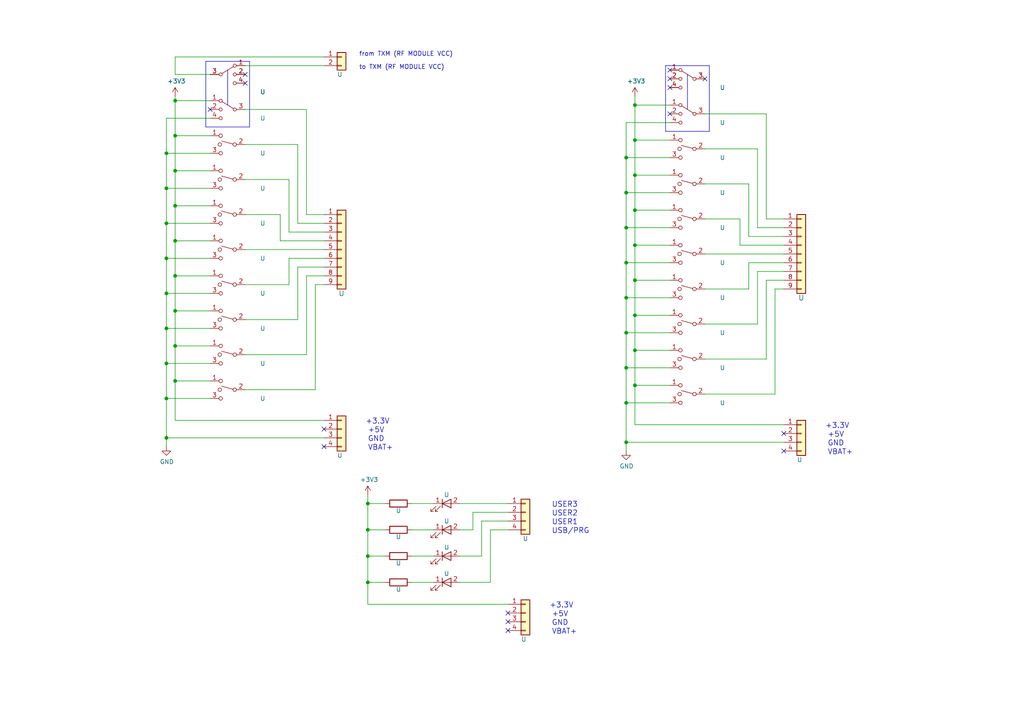
<source format=kicad_sch>
(kicad_sch (version 20220404) (generator eeschema)
  (paper "A4")
  (title_block (title "LEDs and Switches (User, RF mode, Multi digital)") (date "2020-04-15"))
  (lib_symbols
    (symbol "RCTX-rescue:+3.3V-power" (power) (pin_names (offset 0))
      (property "Value" "+3.3V-power" (at 0 3.556 0))
      (symbol "+3.3V-power_0_1"
        (polyline (pts (xy -0.762 1.27) (xy 0 2.54)))
        (polyline (pts (xy 0 0) (xy 0 2.54)))
        (polyline (pts (xy 0 2.54) (xy 0.762 1.27)))
      )
      (symbol "+3.3V-power_1_1"
        (pin power_in line (at 0 0 90) (length 0) hide (name "+3V3") (number "1"))
      )
    )
    (symbol "RCTX-rescue:Conn_01x02-conn" (pin_names (offset 1.016) hide)
      (property "Reference" "J" (at 0 2.54 0))
      (property "Value" "Conn_01x02-conn" (at 0 -5.08 0))
      (symbol "Conn_01x02-conn_1_1"
        (rectangle (start -1.27 -2.413) (end 0 -2.667) (stroke (width 0.1524)))
        (rectangle (start -1.27 0.127) (end 0 -0.127) (stroke (width 0.1524)))
        (rectangle (start -1.27 1.27) (end 1.27 -3.81) (stroke (width 0.254)) (fill (type background)))
        (pin passive line (at -5.08 0 0) (length 3.81) (name "Pin_1") (number "1"))
        (pin passive line (at -5.08 -2.54 0) (length 3.81) (name "Pin_2") (number "2"))
      )
    )
    (symbol "RCTX-rescue:Conn_01x04-conn" (pin_names (offset 1.016) hide)
      (property "Reference" "J" (at 0 5.08 0))
      (property "Value" "Conn_01x04-conn" (at 0 -7.62 0))
      (symbol "Conn_01x04-conn_1_1"
        (rectangle (start -1.27 -4.953) (end 0 -5.207) (stroke (width 0.1524)))
        (rectangle (start -1.27 -2.413) (end 0 -2.667) (stroke (width 0.1524)))
        (rectangle (start -1.27 0.127) (end 0 -0.127) (stroke (width 0.1524)))
        (rectangle (start -1.27 2.667) (end 0 2.413) (stroke (width 0.1524)))
        (rectangle (start -1.27 3.81) (end 1.27 -6.35) (stroke (width 0.254)) (fill (type background)))
        (pin passive line (at -5.08 2.54 0) (length 3.81) (name "Pin_1") (number "1"))
        (pin passive line (at -5.08 0 0) (length 3.81) (name "Pin_2") (number "2"))
        (pin passive line (at -5.08 -2.54 0) (length 3.81) (name "Pin_3") (number "3"))
        (pin passive line (at -5.08 -5.08 0) (length 3.81) (name "Pin_4") (number "4"))
      )
    )
    (symbol "RCTX-rescue:Conn_01x09-conn" (pin_names (offset 1.016) hide)
      (property "Reference" "J" (at 0 12.7 0))
      (property "Value" "Conn_01x09-conn" (at 0 -12.7 0))
      (symbol "Conn_01x09-conn_1_1"
        (rectangle (start -1.27 -10.033) (end 0 -10.287) (stroke (width 0.1524)))
        (rectangle (start -1.27 -7.493) (end 0 -7.747) (stroke (width 0.1524)))
        (rectangle (start -1.27 -4.953) (end 0 -5.207) (stroke (width 0.1524)))
        (rectangle (start -1.27 -2.413) (end 0 -2.667) (stroke (width 0.1524)))
        (rectangle (start -1.27 0.127) (end 0 -0.127) (stroke (width 0.1524)))
        (rectangle (start -1.27 2.667) (end 0 2.413) (stroke (width 0.1524)))
        (rectangle (start -1.27 5.207) (end 0 4.953) (stroke (width 0.1524)))
        (rectangle (start -1.27 7.747) (end 0 7.493) (stroke (width 0.1524)))
        (rectangle (start -1.27 10.287) (end 0 10.033) (stroke (width 0.1524)))
        (rectangle (start -1.27 11.43) (end 1.27 -11.43) (stroke (width 0.254)) (fill (type background)))
        (pin passive line (at -5.08 10.16 0) (length 3.81) (name "Pin_1") (number "1"))
        (pin passive line (at -5.08 7.62 0) (length 3.81) (name "Pin_2") (number "2"))
        (pin passive line (at -5.08 5.08 0) (length 3.81) (name "Pin_3") (number "3"))
        (pin passive line (at -5.08 2.54 0) (length 3.81) (name "Pin_4") (number "4"))
        (pin passive line (at -5.08 0 0) (length 3.81) (name "Pin_5") (number "5"))
        (pin passive line (at -5.08 -2.54 0) (length 3.81) (name "Pin_6") (number "6"))
        (pin passive line (at -5.08 -5.08 0) (length 3.81) (name "Pin_7") (number "7"))
        (pin passive line (at -5.08 -7.62 0) (length 3.81) (name "Pin_8") (number "8"))
        (pin passive line (at -5.08 -10.16 0) (length 3.81) (name "Pin_9") (number "9"))
      )
    )
    (symbol "RCTX-rescue:GND-power" (power) (pin_names (offset 0))
      (property "Value" "GND-power" (at 0 -3.81 0))
      (symbol "GND-power_0_1"
        (polyline (pts (xy 0 0) (xy 0 -1.27) (xy 1.27 -1.27) (xy 0 -2.54) (xy -1.27 -1.27) (xy 0 -1.27)))
      )
      (symbol "GND-power_1_1"
        (pin power_in line (at 0 0 270) (length 0) hide (name "GND") (number "1"))
      )
    )
    (symbol "RCTX-rescue:LED-device" (pin_names (offset 1.016) hide)
      (property "Reference" "D" (at 0 2.54 0))
      (property "Value" "LED-device" (at 0 -2.54 0))
      (symbol "LED-device_0_1"
        (polyline (pts (xy -1.27 -1.27) (xy -1.27 1.27)) (stroke (width 0.2032)))
        (polyline (pts (xy -1.27 0) (xy 1.27 0)))
        (polyline (pts (xy 1.27 -1.27) (xy 1.27 1.27) (xy -1.27 0) (xy 1.27 -1.27)) (stroke (width 0.2032)))
        (polyline (pts (xy -3.048 -0.762) (xy -4.572 -2.286) (xy -3.81 -2.286) (xy -4.572 -2.286) (xy -4.572 -1.524)))
        (polyline (pts (xy -1.778 -0.762) (xy -3.302 -2.286) (xy -2.54 -2.286) (xy -3.302 -2.286) (xy -3.302 -1.524)))
      )
      (symbol "LED-device_1_1"
        (pin passive line (at -3.81 0 0) (length 2.54) (name "K") (number "1"))
        (pin passive line (at 3.81 0 180) (length 2.54) (name "A") (number "2"))
      )
    )
    (symbol "RCTX-rescue:R-device" (pin_numbers hide) (pin_names (offset 0))
      (property "Reference" "R" (at 2.032 0 90))
      (property "Value" "R-device" (at 0 0 90))
      (symbol "R-device_0_1"
        (rectangle (start -1.016 -2.54) (end 1.016 2.54) (stroke (width 0.254)))
      )
      (symbol "R-device_1_1"
        (pin passive line (at 0 3.81 270) (length 1.27) (name "~") (number "1"))
        (pin passive line (at 0 -3.81 90) (length 1.27) (name "~") (number "2"))
      )
    )
    (symbol "RCTX-rescue:SW_SP3T-switches" (pin_names (offset 0) hide)
      (property "Reference" "SW" (at 0 5.08 0))
      (property "Value" "SW_SP3T-switches" (at 0 -5.08 0))
      (symbol "SW_SP3T-switches_0_1"
        (circle (center -2.032 0) (radius 0.4572))
        (polyline (pts (xy -1.651 0.254) (xy 1.651 2.286)))
        (circle (center 2.032 -2.54) (radius 0.4572))
        (circle (center 2.032 0) (radius 0.4572))
        (circle (center 2.032 2.54) (radius 0.4572))
      )
      (symbol "SW_SP3T-switches_1_1"
        (pin passive line (at 5.08 2.54 180) (length 2.54) (name "1") (number "1"))
        (pin passive line (at 5.08 0 180) (length 2.54) (name "2") (number "2"))
        (pin passive line (at -5.08 0 0) (length 2.54) (name "3") (number "3"))
        (pin passive line (at 5.08 -2.54 180) (length 2.54) (name "4") (number "4"))
      )
    )
    (symbol "RCTX-rescue:SW_SPDT_MSM-switches" (pin_names (offset 0) hide)
      (property "Reference" "SW" (at 0 5.08 0))
      (property "Value" "SW_SPDT_MSM-switches" (at 0 -5.08 0))
      (symbol "SW_SPDT_MSM-switches_0_0"
        (circle (center -2.032 0) (radius 0.508))
        (polyline (pts (xy -1.524 0.127) (xy 1.778 1.016)))
        (circle (center 2.032 -2.54) (radius 0.508))
      )
      (symbol "SW_SPDT_MSM-switches_0_1"
        (circle (center 2.032 2.54) (radius 0.508))
        (circle (center 2.286 0) (radius 0.508))
      )
      (symbol "SW_SPDT_MSM-switches_1_1"
        (pin passive line (at 5.08 2.54 180) (length 2.54) (name "1") (number "1"))
        (pin passive line (at -5.08 0 0) (length 2.54) (name "2") (number "2"))
        (pin passive line (at 5.08 -2.54 180) (length 2.54) (name "3") (number "3"))
      )
    )
  )
  (junction (at 48.26 105.41))
  (junction (at 184.15 30.48))
  (junction (at 50.8 49.53))
  (junction (at 48.26 44.45))
  (junction (at 184.15 71.12))
  (junction (at 181.61 55.88))
  (junction (at 50.8 100.33))
  (junction (at 181.61 45.72))
  (junction (at 181.61 128.27))
  (junction (at 106.68 161.29))
  (junction (at 50.8 29.21))
  (junction (at 184.15 40.64))
  (junction (at 48.26 85.09))
  (junction (at 184.15 60.96))
  (junction (at 50.8 80.01))
  (junction (at 181.61 106.68))
  (junction (at 50.8 110.49))
  (junction (at 184.15 81.28))
  (junction (at 106.68 168.91))
  (junction (at 181.61 86.36))
  (junction (at 48.26 115.57))
  (junction (at 48.26 64.77))
  (junction (at 181.61 76.2))
  (junction (at 184.15 111.76))
  (junction (at 50.8 39.37))
  (junction (at 48.26 54.61))
  (junction (at 50.8 59.69))
  (junction (at 184.15 50.8))
  (junction (at 181.61 116.84))
  (junction (at 106.68 153.67))
  (junction (at 48.26 74.93))
  (junction (at 50.8 69.85))
  (junction (at 184.15 91.44))
  (junction (at 106.68 146.05))
  (junction (at 48.26 95.25))
  (junction (at 48.26 127))
  (junction (at 181.61 66.04))
  (junction (at 184.15 101.6))
  (junction (at 181.61 96.52))
  (junction (at 50.8 90.17))
  (no_connect (at 194.31 33.02))
  (no_connect (at 71.12 21.59))
  (no_connect (at 194.31 20.32))
  (no_connect (at 204.47 22.86))
  (no_connect (at 93.98 129.54))
  (no_connect (at 194.31 25.4))
  (no_connect (at 194.31 22.86))
  (no_connect (at 227.33 130.81))
  (no_connect (at 93.98 124.46))
  (no_connect (at 147.32 182.88))
  (no_connect (at 71.12 24.13))
  (no_connect (at 60.96 31.75))
  (no_connect (at 227.33 125.73))
  (no_connect (at 147.32 180.34))
  (no_connect (at 147.32 177.8))
  (wire (pts (xy 137.16 153.67) (xy 137.16 148.59)))
  (wire (pts (xy 81.28 62.23) (xy 81.28 69.85)))
  (wire (pts (xy 139.7 161.29) (xy 133.35 161.29)))
  (wire (pts (xy 50.8 16.51) (xy 50.8 21.59)))
  (wire (pts (xy 219.71 93.98) (xy 204.47 93.98)))
  (wire (pts (xy 50.8 121.92) (xy 50.8 110.49)))
  (wire (pts (xy 184.15 123.19) (xy 184.15 111.76)))
  (wire (pts (xy 83.82 82.55) (xy 71.12 82.55)))
  (wire (pts (xy 106.68 168.91) (xy 106.68 175.26)))
  (wire (pts (xy 181.61 128.27) (xy 227.33 128.27)))
  (wire (pts (xy 217.17 68.58) (xy 227.33 68.58)))
  (wire (pts (xy 50.8 90.17) (xy 60.96 90.17)))
  (wire (pts (xy 204.47 83.82) (xy 217.17 83.82)))
  (wire (pts (xy 184.15 60.96) (xy 194.31 60.96)))
  (wire (pts (xy 48.26 85.09) (xy 60.96 85.09)))
  (wire (pts (xy 214.63 71.12) (xy 214.63 63.5)))
  (wire (pts (xy 48.26 64.77) (xy 60.96 64.77)))
  (wire (pts (xy 194.31 30.48) (xy 184.15 30.48)))
  (wire (pts (xy 48.26 54.61) (xy 60.96 54.61)))
  (wire (pts (xy 181.61 55.88) (xy 194.31 55.88)))
  (wire (pts (xy 184.15 81.28) (xy 184.15 71.12)))
  (wire (pts (xy 184.15 60.96) (xy 184.15 50.8)))
  (wire (pts (xy 181.61 55.88) (xy 181.61 45.72)))
  (polyline (pts (xy 59.69 17.78) (xy 59.69 36.83)))
  (wire (pts (xy 106.68 153.67) (xy 111.76 153.67)))
  (wire (pts (xy 204.47 104.14) (xy 222.25 104.14)))
  (wire (pts (xy 133.35 168.91) (xy 142.24 168.91)))
  (wire (pts (xy 224.79 114.3) (xy 204.47 114.3)))
  (wire (pts (xy 48.26 54.61) (xy 48.26 44.45)))
  (wire (pts (xy 86.36 41.91) (xy 86.36 64.77)))
  (wire (pts (xy 217.17 76.2) (xy 217.17 83.82)))
  (wire (pts (xy 227.33 81.28) (xy 222.25 81.28)))
  (wire (pts (xy 91.44 82.55) (xy 91.44 113.03)))
  (wire (pts (xy 50.8 29.21) (xy 60.96 29.21)))
  (wire (pts (xy 71.12 113.03) (xy 91.44 113.03)))
  (wire (pts (xy 71.12 92.71) (xy 86.36 92.71)))
  (wire (pts (xy 184.15 40.64) (xy 184.15 30.48)))
  (wire (pts (xy 219.71 78.74) (xy 219.71 93.98)))
  (wire (pts (xy 181.61 45.72) (xy 181.61 35.56)))
  (wire (pts (xy 50.8 27.94) (xy 50.8 29.21)))
  (wire (pts (xy 181.61 66.04) (xy 194.31 66.04)))
  (wire (pts (xy 227.33 71.12) (xy 214.63 71.12)))
  (wire (pts (xy 106.68 143.51) (xy 106.68 146.05)))
  (wire (pts (xy 184.15 101.6) (xy 194.31 101.6)))
  (wire (pts (xy 50.8 39.37) (xy 50.8 29.21)))
  (wire (pts (xy 93.98 62.23) (xy 88.9 62.23)))
  (wire (pts (xy 106.68 161.29) (xy 106.68 168.91)))
  (wire (pts (xy 50.8 110.49) (xy 50.8 100.33)))
  (wire (pts (xy 181.61 86.36) (xy 181.61 76.2)))
  (wire (pts (xy 50.8 21.59) (xy 60.96 21.59)))
  (wire (pts (xy 48.26 74.93) (xy 60.96 74.93)))
  (polyline (pts (xy 193.04 38.1) (xy 205.74 38.1)))
  (wire (pts (xy 181.61 35.56) (xy 194.31 35.56)))
  (wire (pts (xy 50.8 49.53) (xy 60.96 49.53)))
  (wire (pts (xy 119.38 153.67) (xy 125.73 153.67)))
  (wire (pts (xy 111.76 146.05) (xy 106.68 146.05)))
  (wire (pts (xy 60.96 39.37) (xy 50.8 39.37)))
  (wire (pts (xy 227.33 123.19) (xy 184.15 123.19)))
  (wire (pts (xy 88.9 62.23) (xy 88.9 31.75)))
  (wire (pts (xy 71.12 72.39) (xy 93.98 72.39)))
  (wire (pts (xy 217.17 53.34) (xy 217.17 68.58)))
  (wire (pts (xy 181.61 96.52) (xy 194.31 96.52)))
  (wire (pts (xy 83.82 67.31) (xy 83.82 52.07)))
  (wire (pts (xy 106.68 161.29) (xy 111.76 161.29)))
  (wire (pts (xy 181.61 106.68) (xy 181.61 96.52)))
  (wire (pts (xy 50.8 100.33) (xy 50.8 90.17)))
  (wire (pts (xy 50.8 121.92) (xy 93.98 121.92)))
  (wire (pts (xy 50.8 49.53) (xy 50.8 39.37)))
  (wire (pts (xy 219.71 66.04) (xy 219.71 43.18)))
  (wire (pts (xy 222.25 63.5) (xy 227.33 63.5)))
  (wire (pts (xy 50.8 80.01) (xy 50.8 69.85)))
  (wire (pts (xy 71.12 62.23) (xy 81.28 62.23)))
  (wire (pts (xy 204.47 73.66) (xy 227.33 73.66)))
  (wire (pts (xy 88.9 80.01) (xy 88.9 102.87)))
  (wire (pts (xy 48.26 127) (xy 48.26 129.54)))
  (wire (pts (xy 184.15 101.6) (xy 184.15 91.44)))
  (wire (pts (xy 119.38 146.05) (xy 125.73 146.05)))
  (wire (pts (xy 184.15 111.76) (xy 184.15 101.6)))
  (wire (pts (xy 50.8 110.49) (xy 60.96 110.49)))
  (wire (pts (xy 93.98 127) (xy 48.26 127)))
  (wire (pts (xy 60.96 34.29) (xy 48.26 34.29)))
  (wire (pts (xy 181.61 116.84) (xy 194.31 116.84)))
  (wire (pts (xy 88.9 80.01) (xy 93.98 80.01)))
  (wire (pts (xy 48.26 105.41) (xy 48.26 95.25)))
  (wire (pts (xy 50.8 59.69) (xy 50.8 49.53)))
  (wire (pts (xy 83.82 52.07) (xy 71.12 52.07)))
  (wire (pts (xy 48.26 44.45) (xy 48.26 34.29)))
  (wire (pts (xy 86.36 77.47) (xy 86.36 92.71)))
  (wire (pts (xy 93.98 77.47) (xy 86.36 77.47)))
  (polyline (pts (xy 205.74 38.1) (xy 205.74 19.05)))
  (wire (pts (xy 133.35 153.67) (xy 137.16 153.67)))
  (wire (pts (xy 181.61 128.27) (xy 181.61 130.81)))
  (wire (pts (xy 181.61 128.27) (xy 181.61 116.84)))
  (wire (pts (xy 119.38 161.29) (xy 125.73 161.29)))
  (wire (pts (xy 194.31 45.72) (xy 181.61 45.72)))
  (wire (pts (xy 181.61 96.52) (xy 181.61 86.36)))
  (polyline (pts (xy 72.39 17.78) (xy 59.69 17.78)))
  (wire (pts (xy 214.63 63.5) (xy 204.47 63.5)))
  (wire (pts (xy 88.9 31.75) (xy 71.12 31.75)))
  (wire (pts (xy 227.33 76.2) (xy 217.17 76.2)))
  (wire (pts (xy 93.98 16.51) (xy 50.8 16.51)))
  (wire (pts (xy 181.61 66.04) (xy 181.61 55.88)))
  (wire (pts (xy 106.68 153.67) (xy 106.68 161.29)))
  (wire (pts (xy 93.98 67.31) (xy 83.82 67.31)))
  (wire (pts (xy 50.8 69.85) (xy 60.96 69.85)))
  (wire (pts (xy 48.26 85.09) (xy 48.26 74.93)))
  (wire (pts (xy 181.61 116.84) (xy 181.61 106.68)))
  (wire (pts (xy 184.15 71.12) (xy 194.31 71.12)))
  (wire (pts (xy 48.26 115.57) (xy 60.96 115.57)))
  (wire (pts (xy 147.32 151.13) (xy 139.7 151.13)))
  (wire (pts (xy 119.38 168.91) (xy 125.73 168.91)))
  (wire (pts (xy 50.8 90.17) (xy 50.8 80.01)))
  (wire (pts (xy 111.76 168.91) (xy 106.68 168.91)))
  (wire (pts (xy 181.61 76.2) (xy 194.31 76.2)))
  (wire (pts (xy 88.9 102.87) (xy 71.12 102.87)))
  (polyline (pts (xy 72.39 36.83) (xy 72.39 17.78)))
  (wire (pts (xy 184.15 111.76) (xy 194.31 111.76)))
  (wire (pts (xy 181.61 76.2) (xy 181.61 66.04)))
  (wire (pts (xy 227.33 66.04) (xy 219.71 66.04)))
  (wire (pts (xy 184.15 50.8) (xy 184.15 40.64)))
  (wire (pts (xy 48.26 95.25) (xy 48.26 85.09)))
  (wire (pts (xy 184.15 71.12) (xy 184.15 60.96)))
  (wire (pts (xy 204.47 33.02) (xy 222.25 33.02)))
  (wire (pts (xy 50.8 59.69) (xy 60.96 59.69)))
  (wire (pts (xy 194.31 40.64) (xy 184.15 40.64)))
  (wire (pts (xy 60.96 44.45) (xy 48.26 44.45)))
  (polyline (pts (xy 59.69 36.83) (xy 72.39 36.83)))
  (wire (pts (xy 48.26 74.93) (xy 48.26 64.77)))
  (polyline (pts (xy 199.39 21.59) (xy 199.39 31.75)))
  (wire (pts (xy 83.82 74.93) (xy 93.98 74.93)))
  (wire (pts (xy 50.8 69.85) (xy 50.8 59.69)))
  (wire (pts (xy 184.15 81.28) (xy 194.31 81.28)))
  (wire (pts (xy 184.15 50.8) (xy 194.31 50.8)))
  (wire (pts (xy 48.26 127) (xy 48.26 115.57)))
  (wire (pts (xy 222.25 33.02) (xy 222.25 63.5)))
  (wire (pts (xy 50.8 100.33) (xy 60.96 100.33)))
  (wire (pts (xy 93.98 82.55) (xy 91.44 82.55)))
  (wire (pts (xy 184.15 91.44) (xy 184.15 81.28)))
  (polyline (pts (xy 193.04 19.05) (xy 193.04 38.1)))
  (wire (pts (xy 86.36 64.77) (xy 93.98 64.77)))
  (wire (pts (xy 48.26 64.77) (xy 48.26 54.61)))
  (wire (pts (xy 142.24 168.91) (xy 142.24 153.67)))
  (wire (pts (xy 48.26 105.41) (xy 60.96 105.41)))
  (wire (pts (xy 219.71 43.18) (xy 204.47 43.18)))
  (wire (pts (xy 139.7 151.13) (xy 139.7 161.29)))
  (wire (pts (xy 184.15 91.44) (xy 194.31 91.44)))
  (wire (pts (xy 133.35 146.05) (xy 147.32 146.05)))
  (wire (pts (xy 137.16 148.59) (xy 147.32 148.59)))
  (wire (pts (xy 81.28 69.85) (xy 93.98 69.85)))
  (wire (pts (xy 222.25 81.28) (xy 222.25 104.14)))
  (wire (pts (xy 219.71 78.74) (xy 227.33 78.74)))
  (polyline (pts (xy 66.04 30.48) (xy 66.04 20.32)))
  (wire (pts (xy 224.79 83.82) (xy 224.79 114.3)))
  (wire (pts (xy 48.26 95.25) (xy 60.96 95.25)))
  (wire (pts (xy 83.82 74.93) (xy 83.82 82.55)))
  (wire (pts (xy 71.12 41.91) (xy 86.36 41.91)))
  (wire (pts (xy 106.68 146.05) (xy 106.68 153.67)))
  (wire (pts (xy 106.68 175.26) (xy 147.32 175.26)))
  (wire (pts (xy 224.79 83.82) (xy 227.33 83.82)))
  (polyline (pts (xy 205.74 19.05) (xy 193.04 19.05)))
  (wire (pts (xy 50.8 80.01) (xy 60.96 80.01)))
  (wire (pts (xy 204.47 53.34) (xy 217.17 53.34)))
  (wire (pts (xy 181.61 86.36) (xy 194.31 86.36)))
  (wire (pts (xy 142.24 153.67) (xy 147.32 153.67)))
  (wire (pts (xy 181.61 106.68) (xy 194.31 106.68)))
  (wire (pts (xy 71.12 19.05) (xy 93.98 19.05)))
  (wire (pts (xy 48.26 115.57) (xy 48.26 105.41)))
  (wire (pts (xy 184.15 27.94) (xy 184.15 30.48)))
  (text "VBAT+" (at 240.03 132.08 0) (effects (font (size 1.524 1.524)) (justify left bottom)))
  (text "+5V" (at 160.02 179.07 0) (effects (font (size 1.524 1.524)) (justify left bottom)))
  (text "from TXM (RF MODULE VCC)" (at 104.14 16.51 0) (effects (font (size 1.27 1.27)) (justify left bottom)))
  (text "+3.3V" (at 113.03 123.19 0) (effects (font (size 1.524 1.524)) (justify right bottom)))
  (text "to TXM (RF MODULE VCC)" (at 104.14 20.32 0) (effects (font (size 1.27 1.27)) (justify left bottom)))
  (text "GND" (at 160.02 181.61 0) (effects (font (size 1.524 1.524)) (justify left bottom)))
  (text "USER1" (at 160.02 152.4 0) (effects (font (size 1.524 1.524)) (justify left bottom)))
  (text "+3.3V" (at 246.38 124.46 0) (effects (font (size 1.524 1.524)) (justify right bottom)))
  (text "USER2" (at 160.02 149.86 0) (effects (font (size 1.524 1.524)) (justify left bottom)))
  (text "USER3" (at 160.02 147.32 0) (effects (font (size 1.524 1.524)) (justify left bottom)))
  (text "+3.3V" (at 166.37 176.53 0) (effects (font (size 1.524 1.524)) (justify right bottom)))
  (text "GND" (at 106.68 128.27 0) (effects (font (size 1.524 1.524)) (justify left bottom)))
  (text "VBAT+" (at 106.68 130.81 0) (effects (font (size 1.524 1.524)) (justify left bottom)))
  (text "USB/PRG" (at 160.02 154.94 0) (effects (font (size 1.524 1.524)) (justify left bottom)))
  (text "GND" (at 240.03 129.54 0) (effects (font (size 1.524 1.524)) (justify left bottom)))
  (text "VBAT+" (at 160.02 184.15 0) (effects (font (size 1.524 1.524)) (justify left bottom)))
  (text "+5V" (at 240.03 127 0) (effects (font (size 1.524 1.524)) (justify left bottom)))
  (text "+5V" (at 106.68 125.73 0) (effects (font (size 1.524 1.524)) (justify left bottom)))
  (symbol (lib_id "RCTX-rescue:SW_SPDT_MSM-switches") (at 66.04 41.91 0) (mirror y) (unit 1)
    (default_instance (reference "U") (unit 1) (value "") (footprint ""))
    (property "Reference" "U" (at 76.2 44.45 0))
  )
  (symbol (lib_id "RCTX-rescue:SW_SPDT_MSM-switches") (at 66.04 52.07 0) (mirror y) (unit 1)
    (default_instance (reference "U") (unit 1) (value "") (footprint ""))
    (property "Reference" "U" (at 76.2 54.61 0))
  )
  (symbol (lib_id "RCTX-rescue:SW_SPDT_MSM-switches") (at 66.04 62.23 0) (mirror y) (unit 1)
    (default_instance (reference "U") (unit 1) (value "") (footprint ""))
    (property "Reference" "U" (at 76.2 64.77 0))
  )
  (symbol (lib_id "RCTX-rescue:SW_SPDT_MSM-switches") (at 66.04 72.39 0) (mirror y) (unit 1)
    (default_instance (reference "U") (unit 1) (value "") (footprint ""))
    (property "Reference" "U" (at 76.2 74.93 0))
  )
  (symbol (lib_id "RCTX-rescue:SW_SPDT_MSM-switches") (at 66.04 82.55 0) (mirror y) (unit 1)
    (default_instance (reference "U") (unit 1) (value "") (footprint ""))
    (property "Reference" "U" (at 76.2 85.09 0))
  )
  (symbol (lib_id "RCTX-rescue:SW_SPDT_MSM-switches") (at 66.04 92.71 0) (mirror y) (unit 1)
    (default_instance (reference "U") (unit 1) (value "") (footprint ""))
    (property "Reference" "U" (at 76.2 95.25 0))
  )
  (symbol (lib_id "RCTX-rescue:SW_SPDT_MSM-switches") (at 66.04 102.87 0) (mirror y) (unit 1)
    (default_instance (reference "U") (unit 1) (value "") (footprint ""))
    (property "Reference" "U" (at 76.2 105.41 0))
  )
  (symbol (lib_id "RCTX-rescue:SW_SPDT_MSM-switches") (at 66.04 113.03 0) (mirror y) (unit 1)
    (default_instance (reference "U") (unit 1) (value "") (footprint ""))
    (property "Reference" "U" (at 76.2 115.57 0))
  )
  (symbol (lib_id "RCTX-rescue:Conn_01x09-conn") (at 99.06 72.39 0) (unit 1)
    (default_instance (reference "U") (unit 1) (value "") (footprint ""))
    (property "Reference" "U" (at 99.06 85.09 0) (effects (font (size 1.524 1.524))))
  )
  (symbol (lib_id "RCTX-rescue:Conn_01x09-conn") (at 232.41 73.66 0) (unit 1)
    (default_instance (reference "U") (unit 1) (value "") (footprint ""))
    (property "Reference" "U" (at 232.41 86.36 0) (effects (font (size 1.524 1.524))))
  )
  (symbol (lib_id "RCTX-rescue:SW_SPDT_MSM-switches") (at 199.39 114.3 0) (mirror y) (unit 1)
    (default_instance (reference "U") (unit 1) (value "") (footprint ""))
    (property "Reference" "U" (at 209.55 116.84 0))
  )
  (symbol (lib_id "RCTX-rescue:SW_SPDT_MSM-switches") (at 199.39 104.14 0) (mirror y) (unit 1)
    (default_instance (reference "U") (unit 1) (value "") (footprint ""))
    (property "Reference" "U" (at 209.55 106.68 0))
  )
  (symbol (lib_id "RCTX-rescue:SW_SPDT_MSM-switches") (at 199.39 93.98 0) (mirror y) (unit 1)
    (default_instance (reference "U") (unit 1) (value "") (footprint ""))
    (property "Reference" "U" (at 209.55 96.52 0))
  )
  (symbol (lib_id "RCTX-rescue:SW_SPDT_MSM-switches") (at 199.39 83.82 0) (mirror y) (unit 1)
    (default_instance (reference "U") (unit 1) (value "") (footprint ""))
    (property "Reference" "U" (at 209.55 86.36 0))
  )
  (symbol (lib_id "RCTX-rescue:SW_SPDT_MSM-switches") (at 199.39 73.66 0) (mirror y) (unit 1)
    (default_instance (reference "U") (unit 1) (value "") (footprint ""))
    (property "Reference" "U" (at 209.55 76.2 0))
  )
  (symbol (lib_id "RCTX-rescue:SW_SPDT_MSM-switches") (at 199.39 63.5 0) (mirror y) (unit 1)
    (default_instance (reference "U") (unit 1) (value "") (footprint ""))
    (property "Reference" "U" (at 209.55 66.04 0))
  )
  (symbol (lib_id "RCTX-rescue:SW_SPDT_MSM-switches") (at 199.39 53.34 0) (mirror y) (unit 1)
    (default_instance (reference "U") (unit 1) (value "") (footprint ""))
    (property "Reference" "U" (at 209.55 55.88 0))
  )
  (symbol (lib_id "RCTX-rescue:SW_SPDT_MSM-switches") (at 199.39 43.18 0) (mirror y) (unit 1)
    (default_instance (reference "U") (unit 1) (value "") (footprint ""))
    (property "Reference" "U" (at 209.55 45.72 0))
  )
  (symbol (lib_id "RCTX-rescue:R-device") (at 115.57 146.05 270) (unit 1)
    (default_instance (reference "U") (unit 1) (value "") (footprint ""))
    (property "Reference" "U" (at 115.57 148.082 90))
  )
  (symbol (lib_id "RCTX-rescue:R-device") (at 115.57 153.67 270) (unit 1)
    (default_instance (reference "U") (unit 1) (value "") (footprint ""))
    (property "Reference" "U" (at 115.57 155.702 90))
  )
  (symbol (lib_id "RCTX-rescue:R-device") (at 115.57 161.29 270) (unit 1)
    (default_instance (reference "U") (unit 1) (value "") (footprint ""))
    (property "Reference" "U" (at 115.57 163.322 90))
  )
  (symbol (lib_id "RCTX-rescue:R-device") (at 115.57 168.91 270) (unit 1)
    (default_instance (reference "U") (unit 1) (value "") (footprint ""))
    (property "Reference" "U" (at 115.57 170.942 90))
  )
  (symbol (lib_id "RCTX-rescue:LED-device") (at 129.54 146.05 0) (unit 1)
    (default_instance (reference "U") (unit 1) (value "") (footprint ""))
    (property "Reference" "U" (at 129.54 143.51 0))
  )
  (symbol (lib_id "RCTX-rescue:LED-device") (at 129.54 153.67 0) (unit 1)
    (default_instance (reference "U") (unit 1) (value "") (footprint ""))
    (property "Reference" "U" (at 129.54 151.13 0))
  )
  (symbol (lib_id "RCTX-rescue:LED-device") (at 129.54 161.29 0) (unit 1)
    (default_instance (reference "U") (unit 1) (value "") (footprint ""))
    (property "Reference" "U" (at 129.54 158.75 0))
  )
  (symbol (lib_id "RCTX-rescue:LED-device") (at 129.54 168.91 0) (unit 1)
    (default_instance (reference "U") (unit 1) (value "") (footprint ""))
    (property "Reference" "U" (at 129.54 166.37 0))
  )
  (symbol (lib_id "RCTX-rescue:Conn_01x04-conn") (at 152.4 148.59 0) (unit 1)
    (default_instance (reference "U") (unit 1) (value "") (footprint ""))
    (property "Reference" "U" (at 152.4 156.21 0))
  )
  (symbol (lib_id "RCTX-rescue:SW_SP3T-switches") (at 66.04 21.59 0) (unit 1)
    (default_instance (reference "U") (unit 1) (value "") (footprint ""))
    (property "Reference" "U" (at 76.2 26.67 0))
  )
  (symbol (lib_id "RCTX-rescue:SW_SP3T-switches") (at 66.04 31.75 0) (mirror y) (unit 1)
    (default_instance (reference "U") (unit 1) (value "") (footprint ""))
    (property "Reference" "U" (at 76.2 34.29 0))
  )
  (symbol (lib_id "RCTX-rescue:SW_SP3T-switches") (at 199.39 33.02 0) (mirror y) (unit 1)
    (default_instance (reference "U") (unit 1) (value "") (footprint ""))
    (property "Reference" "U" (at 209.55 35.56 0))
  )
  (symbol (lib_id "RCTX-rescue:SW_SP3T-switches") (at 199.39 22.86 0) (mirror y) (unit 1)
    (default_instance (reference "U") (unit 1) (value "") (footprint ""))
    (property "Reference" "U" (at 209.55 25.4 0))
  )
  (symbol (lib_id "RCTX-rescue:Conn_01x04-conn") (at 232.41 125.73 0) (unit 1)
    (default_instance (reference "U") (unit 1) (value "") (footprint ""))
    (property "Reference" "U" (at 231.14 133.35 0) (effects (justify left)))
  )
  (symbol (lib_id "RCTX-rescue:Conn_01x04-conn") (at 99.06 124.46 0) (unit 1)
    (default_instance (reference "U") (unit 1) (value "") (footprint ""))
    (property "Reference" "U" (at 97.79 132.08 0) (effects (justify left)))
  )
  (symbol (lib_id "RCTX-rescue:Conn_01x04-conn") (at 152.4 177.8 0) (unit 1)
    (default_instance (reference "U") (unit 1) (value "") (footprint ""))
    (property "Reference" "U" (at 151.13 185.42 0) (effects (justify left)))
  )
  (symbol (lib_id "RCTX-rescue:Conn_01x02-conn") (at 99.06 16.51 0) (unit 1)
    (default_instance (reference "U") (unit 1) (value "") (footprint ""))
    (property "Reference" "U" (at 97.79 21.59 0) (effects (justify left)))
  )
  (symbol (lib_id "RCTX-rescue:+3.3V-power") (at 184.15 27.94 0) (unit 1)
    (default_instance (reference "U") (unit 1) (value "") (footprint ""))
    (property "Reference" "U" (effects hide))
  )
  (symbol (lib_id "RCTX-rescue:+3.3V-power") (at 106.68 143.51 0) (unit 1)
    (default_instance (reference "U") (unit 1) (value "") (footprint ""))
    (property "Reference" "U" (effects hide))
  )
  (symbol (lib_id "RCTX-rescue:+3.3V-power") (at 50.8 27.94 0) (unit 1)
    (default_instance (reference "U") (unit 1) (value "") (footprint ""))
    (property "Reference" "U" (effects hide))
  )
  (symbol (lib_id "RCTX-rescue:GND-power") (at 181.61 130.81 0) (unit 1)
    (default_instance (reference "U") (unit 1) (value "") (footprint ""))
    (property "Reference" "U" (effects hide))
  )
  (symbol (lib_id "RCTX-rescue:GND-power") (at 48.26 129.54 0) (unit 1)
    (default_instance (reference "U") (unit 1) (value "") (footprint ""))
    (property "Reference" "U" (effects hide))
  )
)
</source>
